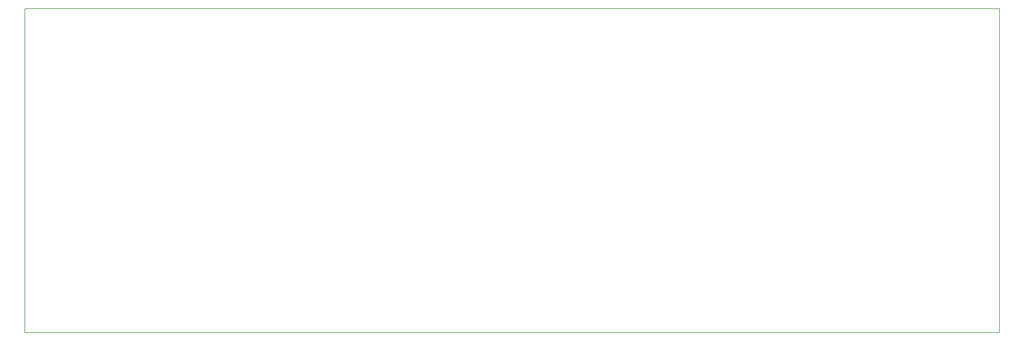
<source format=gbr>
G04 #@! TF.GenerationSoftware,KiCad,Pcbnew,(6.0.10)*
G04 #@! TF.CreationDate,2023-01-02T02:40:23+11:00*
G04 #@! TF.ProjectId,exp60,65787036-302e-46b6-9963-61645f706362,rev?*
G04 #@! TF.SameCoordinates,Original*
G04 #@! TF.FileFunction,Profile,NP*
%FSLAX46Y46*%
G04 Gerber Fmt 4.6, Leading zero omitted, Abs format (unit mm)*
G04 Created by KiCad (PCBNEW (6.0.10)) date 2023-01-02 02:40:23*
%MOMM*%
%LPD*%
G01*
G04 APERTURE LIST*
G04 #@! TA.AperFunction,Profile*
%ADD10C,0.200000*%
G04 #@! TD*
G04 APERTURE END LIST*
D10*
X356680250Y-178880000D02*
X70930000Y-178880000D01*
X70930000Y-178880000D02*
X70930000Y-83630000D01*
X356680250Y-83630000D02*
X356680250Y-178880000D01*
X70930000Y-83630000D02*
X356680250Y-83630000D01*
M02*

</source>
